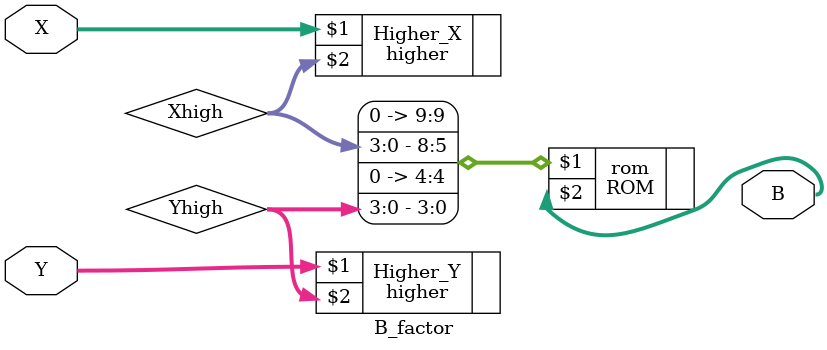
<source format=v>
module B_factor (X, Y, B);
	input [7:0] X;
	input [7:0] Y;
	output [9:0] B;
	
	wire [3:0] Xhigh;
	wire [3:0] Yhigh;

	higher Higher_X (X, Xhigh);
	higher Higher_Y (Y, Yhigh);
	ROM rom ({1'b0, Xhigh, 1'b0, Yhigh}, B);

endmodule

</source>
